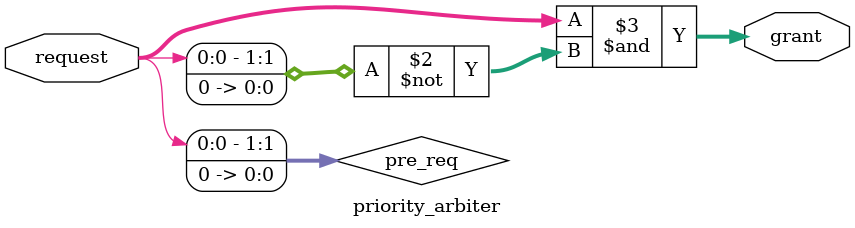
<source format=sv>
module priority_arbiter #(
	parameter MASTER_NUM = 2
)(
	input  logic [MASTER_NUM - 1:0] request,
	output logic [MASTER_NUM - 1:0] grant
);
	logic [MASTER_NUM - 1:0]  pre_req;
	assign pre_req[0] = 1'b0;
	assign pre_req[MASTER_NUM - 1:1] = request[MASTER_NUM - 2:0] | pre_req[MASTER_NUM - 2:0];
	assign grant      = request & (~pre_req);
endmodule

</source>
